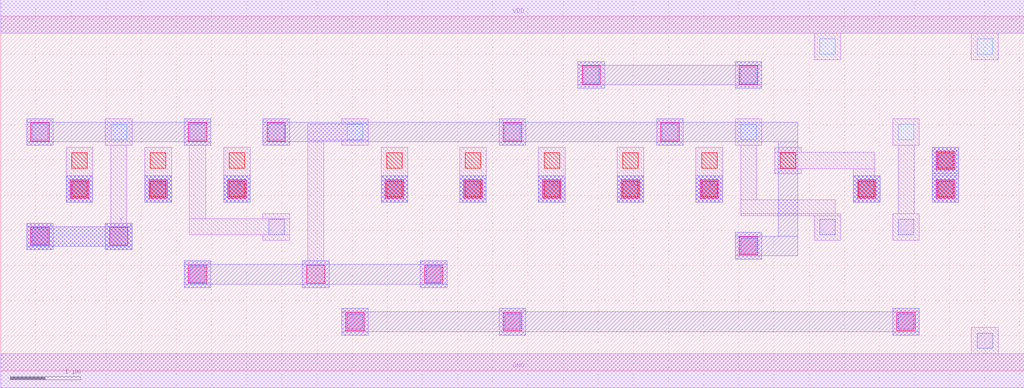
<source format=lef>
MACRO AOOAAOAI212311
 CLASS CORE ;
 FOREIGN AOOAAOAI212311 0 0 ;
 SIZE 14.56 BY 5.04 ;
 ORIGIN 0 0 ;
 SYMMETRY X Y R90 ;
 SITE unit ;
  PIN VDD
   DIRECTION INOUT ;
   USE POWER ;
   SHAPE ABUTMENT ;
    PORT
     CLASS CORE ;
       LAYER met1 ;
        RECT 0.00000000 4.80000000 14.56000000 5.28000000 ;
    END
  END VDD

  PIN GND
   DIRECTION INOUT ;
   USE POWER ;
   SHAPE ABUTMENT ;
    PORT
     CLASS CORE ;
       LAYER met1 ;
        RECT 0.00000000 -0.24000000 14.56000000 0.24000000 ;
    END
  END GND

  PIN Y
   DIRECTION INOUT ;
   USE SIGNAL ;
   SHAPE ABUTMENT ;
    PORT
     CLASS CORE ;
       LAYER met2 ;
        RECT 0.37000000 1.72200000 0.75000000 1.77200000 ;
        RECT 1.49000000 1.72200000 1.87000000 1.77200000 ;
        RECT 0.37000000 1.77200000 1.87000000 2.05200000 ;
        RECT 0.37000000 2.05200000 0.75000000 2.10200000 ;
        RECT 1.49000000 2.05200000 1.87000000 2.10200000 ;
    END
  END Y

  PIN E
   DIRECTION INOUT ;
   USE SIGNAL ;
   SHAPE ABUTMENT ;
    PORT
     CLASS CORE ;
       LAYER met2 ;
        RECT 12.13000000 2.39700000 12.51000000 2.77700000 ;
    END
  END E

  PIN D1
   DIRECTION INOUT ;
   USE SIGNAL ;
   SHAPE ABUTMENT ;
    PORT
     CLASS CORE ;
       LAYER met2 ;
        RECT 8.77000000 2.39700000 9.15000000 2.77700000 ;
    END
  END D1

  PIN D
   DIRECTION INOUT ;
   USE SIGNAL ;
   SHAPE ABUTMENT ;
    PORT
     CLASS CORE ;
       LAYER met2 ;
        RECT 9.89000000 2.39700000 10.27000000 2.77700000 ;
    END
  END D

  PIN C1
   DIRECTION INOUT ;
   USE SIGNAL ;
   SHAPE ABUTMENT ;
    PORT
     CLASS CORE ;
       LAYER met2 ;
        RECT 6.53000000 2.39700000 6.91000000 2.77700000 ;
    END
  END C1

  PIN C
   DIRECTION INOUT ;
   USE SIGNAL ;
   SHAPE ABUTMENT ;
    PORT
     CLASS CORE ;
       LAYER met2 ;
        RECT 5.41000000 2.39700000 5.79000000 2.77700000 ;
    END
  END C

  PIN B
   DIRECTION INOUT ;
   USE SIGNAL ;
   SHAPE ABUTMENT ;
    PORT
     CLASS CORE ;
       LAYER met2 ;
        RECT 3.17000000 2.39700000 3.55000000 2.77700000 ;
    END
  END B

  PIN F
   DIRECTION INOUT ;
   USE SIGNAL ;
   SHAPE ABUTMENT ;
    PORT
     CLASS CORE ;
       LAYER met2 ;
        RECT 13.25000000 2.39700000 13.63000000 3.18200000 ;
    END
  END F

  PIN D2
   DIRECTION INOUT ;
   USE SIGNAL ;
   SHAPE ABUTMENT ;
    PORT
     CLASS CORE ;
       LAYER met2 ;
        RECT 7.65000000 2.39700000 8.03000000 2.77700000 ;
    END
  END D2

  PIN A1
   DIRECTION INOUT ;
   USE SIGNAL ;
   SHAPE ABUTMENT ;
    PORT
     CLASS CORE ;
       LAYER met2 ;
        RECT 2.05000000 2.39700000 2.43000000 2.77700000 ;
    END
  END A1

  PIN A
   DIRECTION INOUT ;
   USE SIGNAL ;
   SHAPE ABUTMENT ;
    PORT
     CLASS CORE ;
       LAYER met2 ;
        RECT 0.93000000 2.39700000 1.31000000 2.77700000 ;
    END
  END A

 OBS
    LAYER polycont ;
     RECT 1.01000000 2.47700000 1.23000000 2.69700000 ;
     RECT 2.13000000 2.47700000 2.35000000 2.69700000 ;
     RECT 3.25000000 2.47700000 3.47000000 2.69700000 ;
     RECT 5.49000000 2.47700000 5.71000000 2.69700000 ;
     RECT 6.61000000 2.47700000 6.83000000 2.69700000 ;
     RECT 7.73000000 2.47700000 7.95000000 2.69700000 ;
     RECT 8.85000000 2.47700000 9.07000000 2.69700000 ;
     RECT 9.97000000 2.47700000 10.19000000 2.69700000 ;
     RECT 12.21000000 2.47700000 12.43000000 2.69700000 ;
     RECT 13.33000000 2.47700000 13.55000000 2.69700000 ;
     RECT 1.01000000 2.88200000 1.23000000 3.10200000 ;
     RECT 2.13000000 2.88200000 2.35000000 3.10200000 ;
     RECT 3.25000000 2.88200000 3.47000000 3.10200000 ;
     RECT 5.49000000 2.88200000 5.71000000 3.10200000 ;
     RECT 6.61000000 2.88200000 6.83000000 3.10200000 ;
     RECT 7.73000000 2.88200000 7.95000000 3.10200000 ;
     RECT 8.85000000 2.88200000 9.07000000 3.10200000 ;
     RECT 9.97000000 2.88200000 10.19000000 3.10200000 ;
     RECT 11.09000000 2.88200000 11.31000000 3.10200000 ;
     RECT 13.33000000 2.88200000 13.55000000 3.10200000 ;

    LAYER pdiffc ;
     RECT 0.45000000 3.28700000 0.67000000 3.50700000 ;
     RECT 1.57000000 3.28700000 1.79000000 3.50700000 ;
     RECT 2.69000000 3.28700000 2.91000000 3.50700000 ;
     RECT 3.81000000 3.28700000 4.03000000 3.50700000 ;
     RECT 4.93000000 3.28700000 5.15000000 3.50700000 ;
     RECT 7.17000000 3.28700000 7.39000000 3.50700000 ;
     RECT 9.41000000 3.28700000 9.63000000 3.50700000 ;
     RECT 10.53000000 3.28700000 10.75000000 3.50700000 ;
     RECT 12.77000000 3.28700000 12.99000000 3.50700000 ;
     RECT 8.29000000 4.09700000 8.51000000 4.31700000 ;
     RECT 10.53000000 4.09700000 10.75000000 4.31700000 ;
     RECT 11.65000000 4.50200000 11.87000000 4.72200000 ;
     RECT 13.89000000 4.50200000 14.11000000 4.72200000 ;

    LAYER ndiffc ;
     RECT 13.89000000 0.31700000 14.11000000 0.53700000 ;
     RECT 4.93000000 0.58700000 5.15000000 0.80700000 ;
     RECT 7.17000000 0.58700000 7.39000000 0.80700000 ;
     RECT 12.77000000 0.58700000 12.99000000 0.80700000 ;
     RECT 2.69000000 1.26200000 2.91000000 1.48200000 ;
     RECT 6.05000000 1.26200000 6.27000000 1.48200000 ;
     RECT 10.53000000 1.66700000 10.75000000 1.88700000 ;
     RECT 0.45000000 1.80200000 0.67000000 2.02200000 ;
     RECT 3.81000000 1.93700000 4.03000000 2.15700000 ;
     RECT 11.65000000 1.93700000 11.87000000 2.15700000 ;
     RECT 12.77000000 1.93700000 12.99000000 2.15700000 ;

    LAYER met1 ;
     RECT 0.00000000 -0.24000000 14.56000000 0.24000000 ;
     RECT 13.81000000 0.24000000 14.19000000 0.61700000 ;
     RECT 4.85000000 0.50700000 5.23000000 0.88700000 ;
     RECT 7.09000000 0.50700000 7.47000000 0.88700000 ;
     RECT 12.69000000 0.50700000 13.07000000 0.88700000 ;
     RECT 2.61000000 1.18200000 2.99000000 1.56200000 ;
     RECT 5.97000000 1.18200000 6.35000000 1.56200000 ;
     RECT 10.45000000 1.58700000 10.83000000 1.96700000 ;
     RECT 0.37000000 1.72200000 0.75000000 2.10200000 ;
     RECT 13.25000000 2.39700000 13.63000000 2.77700000 ;
     RECT 0.93000000 2.39700000 1.31000000 3.18200000 ;
     RECT 2.05000000 2.39700000 2.43000000 3.18200000 ;
     RECT 3.17000000 2.39700000 3.55000000 3.18200000 ;
     RECT 5.41000000 2.39700000 5.79000000 3.18200000 ;
     RECT 6.53000000 2.39700000 6.91000000 3.18200000 ;
     RECT 7.65000000 2.39700000 8.03000000 3.18200000 ;
     RECT 8.77000000 2.39700000 9.15000000 3.18200000 ;
     RECT 9.89000000 2.39700000 10.27000000 3.18200000 ;
     RECT 12.13000000 2.39700000 12.51000000 2.77700000 ;
     RECT 11.01000000 2.80200000 11.39000000 2.87700000 ;
     RECT 12.13000000 2.77700000 12.43500000 2.87700000 ;
     RECT 11.01000000 2.87700000 12.43500000 3.10700000 ;
     RECT 11.01000000 3.10700000 11.39000000 3.18200000 ;
     RECT 13.25000000 2.80200000 13.63000000 3.18200000 ;
     RECT 0.37000000 3.20700000 0.75000000 3.58700000 ;
     RECT 1.49000000 1.72200000 1.87000000 2.10200000 ;
     RECT 1.56500000 2.10200000 1.79500000 3.20700000 ;
     RECT 1.49000000 3.20700000 1.87000000 3.58700000 ;
     RECT 3.73000000 1.85700000 4.11000000 1.93200000 ;
     RECT 2.68500000 1.93200000 4.11000000 2.16200000 ;
     RECT 3.73000000 2.16200000 4.11000000 2.23700000 ;
     RECT 2.68500000 2.16200000 2.91500000 3.20700000 ;
     RECT 2.61000000 3.20700000 2.99000000 3.58700000 ;
     RECT 3.73000000 3.20700000 4.11000000 3.58700000 ;
     RECT 4.29000000 1.18200000 4.67000000 1.56200000 ;
     RECT 4.36500000 1.56200000 4.59500000 3.28200000 ;
     RECT 4.85000000 3.20700000 5.23000000 3.28200000 ;
     RECT 4.36500000 3.28200000 5.23000000 3.51200000 ;
     RECT 4.85000000 3.51200000 5.23000000 3.58700000 ;
     RECT 7.09000000 3.20700000 7.47000000 3.58700000 ;
     RECT 9.33000000 3.20700000 9.71000000 3.58700000 ;
     RECT 11.57000000 1.85700000 11.95000000 2.20200000 ;
     RECT 10.52500000 2.20200000 11.95000000 2.23700000 ;
     RECT 10.52500000 2.23700000 11.87500000 2.43200000 ;
     RECT 10.52500000 2.43200000 10.75500000 3.20700000 ;
     RECT 10.45000000 3.20700000 10.83000000 3.58700000 ;
     RECT 12.69000000 1.85700000 13.07000000 2.23700000 ;
     RECT 12.76500000 2.23700000 12.99500000 3.20700000 ;
     RECT 12.69000000 3.20700000 13.07000000 3.58700000 ;
     RECT 8.21000000 4.01700000 8.59000000 4.39700000 ;
     RECT 10.45000000 4.01700000 10.83000000 4.39700000 ;
     RECT 11.57000000 4.42200000 11.95000000 4.80000000 ;
     RECT 13.81000000 4.42200000 14.19000000 4.80000000 ;
     RECT 0.00000000 4.80000000 14.56000000 5.28000000 ;

    LAYER via1 ;
     RECT 4.91000000 0.56700000 5.17000000 0.82700000 ;
     RECT 7.15000000 0.56700000 7.41000000 0.82700000 ;
     RECT 12.75000000 0.56700000 13.01000000 0.82700000 ;
     RECT 2.67000000 1.24200000 2.93000000 1.50200000 ;
     RECT 4.35000000 1.24200000 4.61000000 1.50200000 ;
     RECT 6.03000000 1.24200000 6.29000000 1.50200000 ;
     RECT 10.51000000 1.64700000 10.77000000 1.90700000 ;
     RECT 0.43000000 1.78200000 0.69000000 2.04200000 ;
     RECT 1.55000000 1.78200000 1.81000000 2.04200000 ;
     RECT 0.99000000 2.45700000 1.25000000 2.71700000 ;
     RECT 2.11000000 2.45700000 2.37000000 2.71700000 ;
     RECT 3.23000000 2.45700000 3.49000000 2.71700000 ;
     RECT 5.47000000 2.45700000 5.73000000 2.71700000 ;
     RECT 6.59000000 2.45700000 6.85000000 2.71700000 ;
     RECT 7.71000000 2.45700000 7.97000000 2.71700000 ;
     RECT 8.83000000 2.45700000 9.09000000 2.71700000 ;
     RECT 9.95000000 2.45700000 10.21000000 2.71700000 ;
     RECT 12.19000000 2.45700000 12.45000000 2.71700000 ;
     RECT 13.31000000 2.45700000 13.57000000 2.71700000 ;
     RECT 13.31000000 2.86200000 13.57000000 3.12200000 ;
     RECT 0.43000000 3.26700000 0.69000000 3.52700000 ;
     RECT 2.67000000 3.26700000 2.93000000 3.52700000 ;
     RECT 3.79000000 3.26700000 4.05000000 3.52700000 ;
     RECT 7.15000000 3.26700000 7.41000000 3.52700000 ;
     RECT 9.39000000 3.26700000 9.65000000 3.52700000 ;
     RECT 8.27000000 4.07700000 8.53000000 4.33700000 ;
     RECT 10.51000000 4.07700000 10.77000000 4.33700000 ;

    LAYER met2 ;
     RECT 4.85000000 0.50700000 5.23000000 0.55700000 ;
     RECT 7.09000000 0.50700000 7.47000000 0.55700000 ;
     RECT 12.69000000 0.50700000 13.07000000 0.55700000 ;
     RECT 4.85000000 0.55700000 13.07000000 0.83700000 ;
     RECT 4.85000000 0.83700000 5.23000000 0.88700000 ;
     RECT 7.09000000 0.83700000 7.47000000 0.88700000 ;
     RECT 12.69000000 0.83700000 13.07000000 0.88700000 ;
     RECT 2.61000000 1.18200000 2.99000000 1.23200000 ;
     RECT 4.29000000 1.18200000 4.67000000 1.23200000 ;
     RECT 5.97000000 1.18200000 6.35000000 1.23200000 ;
     RECT 2.61000000 1.23200000 6.35000000 1.51200000 ;
     RECT 2.61000000 1.51200000 2.99000000 1.56200000 ;
     RECT 4.29000000 1.51200000 4.67000000 1.56200000 ;
     RECT 5.97000000 1.51200000 6.35000000 1.56200000 ;
     RECT 0.37000000 1.72200000 0.75000000 1.77200000 ;
     RECT 1.49000000 1.72200000 1.87000000 1.77200000 ;
     RECT 0.37000000 1.77200000 1.87000000 2.05200000 ;
     RECT 0.37000000 2.05200000 0.75000000 2.10200000 ;
     RECT 1.49000000 2.05200000 1.87000000 2.10200000 ;
     RECT 0.93000000 2.39700000 1.31000000 2.77700000 ;
     RECT 2.05000000 2.39700000 2.43000000 2.77700000 ;
     RECT 3.17000000 2.39700000 3.55000000 2.77700000 ;
     RECT 5.41000000 2.39700000 5.79000000 2.77700000 ;
     RECT 6.53000000 2.39700000 6.91000000 2.77700000 ;
     RECT 7.65000000 2.39700000 8.03000000 2.77700000 ;
     RECT 8.77000000 2.39700000 9.15000000 2.77700000 ;
     RECT 9.89000000 2.39700000 10.27000000 2.77700000 ;
     RECT 12.13000000 2.39700000 12.51000000 2.77700000 ;
     RECT 13.25000000 2.39700000 13.63000000 3.18200000 ;
     RECT 0.37000000 3.20700000 0.75000000 3.25700000 ;
     RECT 2.61000000 3.20700000 2.99000000 3.25700000 ;
     RECT 0.37000000 3.25700000 2.99000000 3.53700000 ;
     RECT 0.37000000 3.53700000 0.75000000 3.58700000 ;
     RECT 2.61000000 3.53700000 2.99000000 3.58700000 ;
     RECT 10.45000000 1.58700000 10.83000000 1.63700000 ;
     RECT 10.45000000 1.63700000 11.34000000 1.91700000 ;
     RECT 10.45000000 1.91700000 10.83000000 1.96700000 ;
     RECT 3.73000000 3.20700000 4.11000000 3.25700000 ;
     RECT 7.09000000 3.20700000 7.47000000 3.25700000 ;
     RECT 9.33000000 3.20700000 9.71000000 3.25700000 ;
     RECT 11.06000000 1.91700000 11.34000000 3.25700000 ;
     RECT 3.73000000 3.25700000 11.34000000 3.53700000 ;
     RECT 3.73000000 3.53700000 4.11000000 3.58700000 ;
     RECT 7.09000000 3.53700000 7.47000000 3.58700000 ;
     RECT 9.33000000 3.53700000 9.71000000 3.58700000 ;
     RECT 8.21000000 4.01700000 8.59000000 4.06700000 ;
     RECT 10.45000000 4.01700000 10.83000000 4.06700000 ;
     RECT 8.21000000 4.06700000 10.83000000 4.34700000 ;
     RECT 8.21000000 4.34700000 8.59000000 4.39700000 ;
     RECT 10.45000000 4.34700000 10.83000000 4.39700000 ;

 END
END AOOAAOAI212311

</source>
